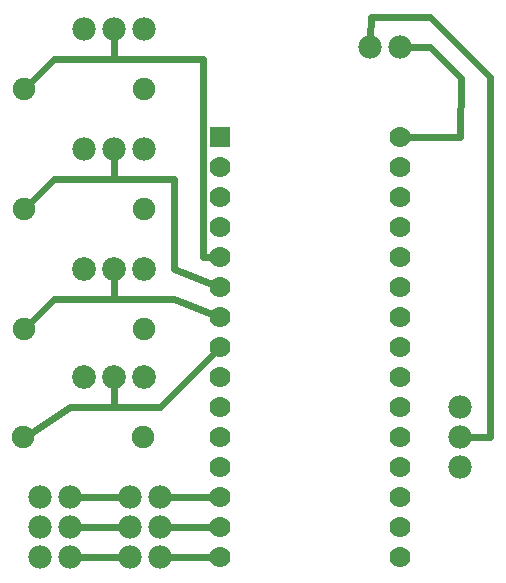
<source format=gtl>
G04 MADE WITH FRITZING*
G04 WWW.FRITZING.ORG*
G04 DOUBLE SIDED*
G04 HOLES PLATED*
G04 CONTOUR ON CENTER OF CONTOUR VECTOR*
%ASAXBY*%
%FSLAX23Y23*%
%MOIN*%
%OFA0B0*%
%SFA1.0B1.0*%
%ADD10C,0.070000*%
%ADD11C,0.078000*%
%ADD12C,0.075000*%
%ADD13C,0.079370*%
%ADD14R,0.069972X0.070000*%
%ADD15C,0.024000*%
%LNCOPPER1*%
G90*
G70*
G54D10*
X930Y1665D03*
X930Y1565D03*
X930Y1465D03*
X930Y1365D03*
X930Y1265D03*
X930Y1165D03*
X930Y1065D03*
X930Y965D03*
X930Y865D03*
X930Y765D03*
X930Y665D03*
X930Y565D03*
X930Y465D03*
X930Y365D03*
X930Y265D03*
X1530Y1665D03*
X1530Y1565D03*
X1530Y1465D03*
X1530Y1365D03*
X1530Y1265D03*
X1530Y1165D03*
X1530Y1065D03*
X1530Y965D03*
X1530Y865D03*
X1530Y765D03*
X1530Y665D03*
X1530Y565D03*
X1530Y465D03*
X1530Y365D03*
X1530Y265D03*
G54D11*
X1730Y765D03*
X1730Y665D03*
X1730Y565D03*
X674Y2026D03*
X574Y2026D03*
X474Y2026D03*
X674Y1626D03*
X574Y1626D03*
X474Y1626D03*
X730Y265D03*
X630Y265D03*
X730Y365D03*
X630Y365D03*
X430Y265D03*
X330Y265D03*
X430Y365D03*
X330Y365D03*
X430Y465D03*
X330Y465D03*
X730Y465D03*
X630Y465D03*
X1530Y1965D03*
X1430Y1965D03*
G54D12*
X274Y1026D03*
X674Y1026D03*
X274Y1426D03*
X674Y1426D03*
X274Y1826D03*
X674Y1826D03*
G54D13*
X674Y865D03*
X574Y865D03*
X474Y865D03*
X674Y1226D03*
X574Y1226D03*
X474Y1226D03*
G54D12*
X273Y665D03*
X673Y665D03*
G54D14*
X930Y1665D03*
G54D15*
X600Y465D02*
X460Y465D01*
D02*
X600Y365D02*
X460Y365D01*
D02*
X600Y265D02*
X460Y265D01*
D02*
X901Y265D02*
X760Y265D01*
D02*
X901Y365D02*
X760Y365D01*
D02*
X1630Y1965D02*
X1560Y1965D01*
D02*
X1730Y1665D02*
X1732Y1864D01*
D02*
X1732Y1864D02*
X1630Y1965D01*
D02*
X1559Y1665D02*
X1730Y1665D01*
D02*
X1830Y1865D02*
X1629Y2066D01*
D02*
X1830Y665D02*
X1830Y1865D01*
D02*
X1629Y2066D02*
X1431Y2066D01*
D02*
X1431Y2066D02*
X1430Y1995D01*
D02*
X1760Y665D02*
X1830Y665D01*
D02*
X760Y465D02*
X901Y465D01*
D02*
X873Y1426D02*
X873Y1925D01*
D02*
X873Y1265D02*
X873Y1426D01*
D02*
X873Y1925D02*
X574Y1925D01*
D02*
X574Y1925D02*
X574Y1996D01*
D02*
X901Y1265D02*
X873Y1265D01*
D02*
X774Y1226D02*
X774Y1525D01*
D02*
X774Y1525D02*
X574Y1525D01*
D02*
X574Y1525D02*
X574Y1596D01*
D02*
X903Y1176D02*
X774Y1226D01*
D02*
X774Y1125D02*
X574Y1125D01*
D02*
X574Y1125D02*
X574Y1195D01*
D02*
X903Y1076D02*
X774Y1125D01*
D02*
X374Y1925D02*
X294Y1846D01*
D02*
X574Y1925D02*
X374Y1925D01*
D02*
X574Y1996D02*
X574Y1925D01*
D02*
X574Y1525D02*
X374Y1525D01*
D02*
X374Y1525D02*
X294Y1446D01*
D02*
X574Y1596D02*
X574Y1525D01*
D02*
X574Y1125D02*
X374Y1125D01*
D02*
X374Y1125D02*
X294Y1046D01*
D02*
X574Y1195D02*
X574Y1125D01*
D02*
X574Y765D02*
X574Y835D01*
D02*
X730Y765D02*
X574Y765D01*
D02*
X909Y945D02*
X730Y765D01*
D02*
X574Y765D02*
X430Y765D01*
D02*
X430Y765D02*
X297Y681D01*
D02*
X574Y835D02*
X574Y765D01*
G04 End of Copper1*
M02*
</source>
